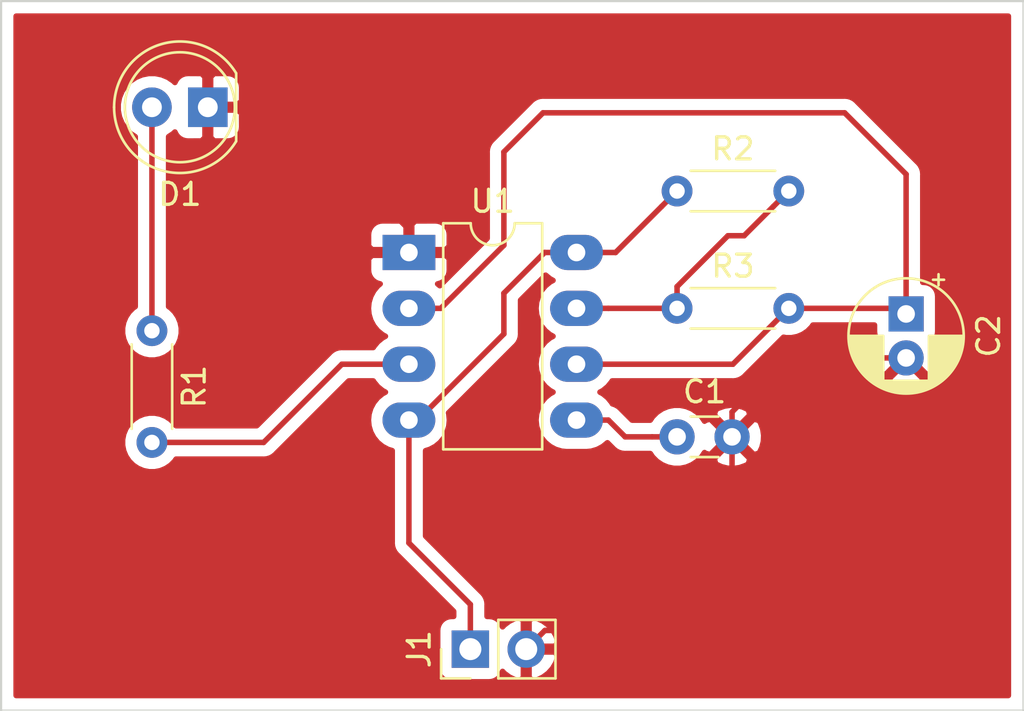
<source format=kicad_pcb>
(kicad_pcb (version 20171130) (host pcbnew "(5.1.5)-3")

  (general
    (thickness 1.6)
    (drawings 4)
    (tracks 48)
    (zones 0)
    (modules 8)
    (nets 8)
  )

  (page A4)
  (title_block
    (title 555_Timer)
    (date 2021-01-25)
    (rev V.1.01)
    (company "#OpenSourceIoT")
    (comment 1 "SIMPLE BLINKY")
  )

  (layers
    (0 F.Cu signal)
    (31 B.Cu signal)
    (32 B.Adhes user)
    (33 F.Adhes user)
    (34 B.Paste user)
    (35 F.Paste user)
    (36 B.SilkS user)
    (37 F.SilkS user)
    (38 B.Mask user)
    (39 F.Mask user)
    (40 Dwgs.User user)
    (41 Cmts.User user)
    (42 Eco1.User user)
    (43 Eco2.User user)
    (44 Edge.Cuts user)
    (45 Margin user)
    (46 B.CrtYd user)
    (47 F.CrtYd user)
    (48 B.Fab user)
    (49 F.Fab user)
  )

  (setup
    (last_trace_width 0.25)
    (trace_clearance 0.2)
    (zone_clearance 0.508)
    (zone_45_only no)
    (trace_min 0.2)
    (via_size 0.8)
    (via_drill 0.4)
    (via_min_size 0.4)
    (via_min_drill 0.3)
    (uvia_size 0.3)
    (uvia_drill 0.1)
    (uvias_allowed no)
    (uvia_min_size 0.2)
    (uvia_min_drill 0.1)
    (edge_width 0.05)
    (segment_width 0.2)
    (pcb_text_width 0.3)
    (pcb_text_size 1.5 1.5)
    (mod_edge_width 0.12)
    (mod_text_size 1 1)
    (mod_text_width 0.15)
    (pad_size 1.524 1.524)
    (pad_drill 0.762)
    (pad_to_mask_clearance 0.051)
    (solder_mask_min_width 0.25)
    (aux_axis_origin 0 0)
    (visible_elements FFFFFF7F)
    (pcbplotparams
      (layerselection 0x010fc_ffffffff)
      (usegerberextensions false)
      (usegerberattributes false)
      (usegerberadvancedattributes false)
      (creategerberjobfile false)
      (excludeedgelayer true)
      (linewidth 0.100000)
      (plotframeref false)
      (viasonmask false)
      (mode 1)
      (useauxorigin false)
      (hpglpennumber 1)
      (hpglpenspeed 20)
      (hpglpendiameter 15.000000)
      (psnegative false)
      (psa4output false)
      (plotreference true)
      (plotvalue true)
      (plotinvisibletext false)
      (padsonsilk false)
      (subtractmaskfromsilk false)
      (outputformat 1)
      (mirror false)
      (drillshape 0)
      (scaleselection 1)
      (outputdirectory "./"))
  )

  (net 0 "")
  (net 1 GND)
  (net 2 "Net-(C1-Pad1)")
  (net 3 "Net-(C2-Pad1)")
  (net 4 "Net-(D1-Pad2)")
  (net 5 +5V)
  (net 6 "Net-(R1-Pad2)")
  (net 7 "Net-(R2-Pad2)")

  (net_class Default "This is the default net class."
    (clearance 0.2)
    (trace_width 0.25)
    (via_dia 0.8)
    (via_drill 0.4)
    (uvia_dia 0.3)
    (uvia_drill 0.1)
    (add_net +5V)
    (add_net GND)
    (add_net "Net-(C1-Pad1)")
    (add_net "Net-(C2-Pad1)")
    (add_net "Net-(D1-Pad2)")
    (add_net "Net-(R1-Pad2)")
    (add_net "Net-(R2-Pad2)")
  )

  (module Connector_PinHeader_2.54mm:PinHeader_1x02_P2.54mm_Vertical (layer F.Cu) (tedit 59FED5CC) (tstamp 600EA40E)
    (at 152.4 123.19 90)
    (descr "Through hole straight pin header, 1x02, 2.54mm pitch, single row")
    (tags "Through hole pin header THT 1x02 2.54mm single row")
    (path /600FF1FB)
    (fp_text reference J1 (at 0 -2.33 90) (layer F.SilkS)
      (effects (font (size 1 1) (thickness 0.15)))
    )
    (fp_text value Conn_01x02_Female (at -0.508 12.7 180) (layer F.Fab)
      (effects (font (size 1 1) (thickness 0.15)))
    )
    (fp_text user %R (at 0 1.27) (layer F.Fab)
      (effects (font (size 1 1) (thickness 0.15)))
    )
    (fp_line (start 1.8 -1.8) (end -1.8 -1.8) (layer F.CrtYd) (width 0.05))
    (fp_line (start 1.8 4.35) (end 1.8 -1.8) (layer F.CrtYd) (width 0.05))
    (fp_line (start -1.8 4.35) (end 1.8 4.35) (layer F.CrtYd) (width 0.05))
    (fp_line (start -1.8 -1.8) (end -1.8 4.35) (layer F.CrtYd) (width 0.05))
    (fp_line (start -1.33 -1.33) (end 0 -1.33) (layer F.SilkS) (width 0.12))
    (fp_line (start -1.33 0) (end -1.33 -1.33) (layer F.SilkS) (width 0.12))
    (fp_line (start -1.33 1.27) (end 1.33 1.27) (layer F.SilkS) (width 0.12))
    (fp_line (start 1.33 1.27) (end 1.33 3.87) (layer F.SilkS) (width 0.12))
    (fp_line (start -1.33 1.27) (end -1.33 3.87) (layer F.SilkS) (width 0.12))
    (fp_line (start -1.33 3.87) (end 1.33 3.87) (layer F.SilkS) (width 0.12))
    (fp_line (start -1.27 -0.635) (end -0.635 -1.27) (layer F.Fab) (width 0.1))
    (fp_line (start -1.27 3.81) (end -1.27 -0.635) (layer F.Fab) (width 0.1))
    (fp_line (start 1.27 3.81) (end -1.27 3.81) (layer F.Fab) (width 0.1))
    (fp_line (start 1.27 -1.27) (end 1.27 3.81) (layer F.Fab) (width 0.1))
    (fp_line (start -0.635 -1.27) (end 1.27 -1.27) (layer F.Fab) (width 0.1))
    (pad 2 thru_hole oval (at 0 2.54 90) (size 1.7 1.7) (drill 1) (layers *.Cu *.Mask)
      (net 1 GND))
    (pad 1 thru_hole rect (at 0 0 90) (size 1.7 1.7) (drill 1) (layers *.Cu *.Mask)
      (net 5 +5V))
    (model ${KISYS3DMOD}/Connector_PinHeader_2.54mm.3dshapes/PinHeader_1x02_P2.54mm_Vertical.wrl
      (at (xyz 0 0 0))
      (scale (xyz 1 1 1))
      (rotate (xyz 0 0 0))
    )
  )

  (module Capacitor_THT:CP_Radial_D5.0mm_P2.00mm (layer F.Cu) (tedit 5AE50EF0) (tstamp 600EB219)
    (at 172.212 107.95 270)
    (descr "CP, Radial series, Radial, pin pitch=2.00mm, , diameter=5mm, Electrolytic Capacitor")
    (tags "CP Radial series Radial pin pitch 2.00mm  diameter 5mm Electrolytic Capacitor")
    (path /600F0D73)
    (fp_text reference C2 (at 1 -3.75 90) (layer F.SilkS)
      (effects (font (size 1 1) (thickness 0.15)))
    )
    (fp_text value 47uF (at 1 3.75 90) (layer F.Fab)
      (effects (font (size 1 1) (thickness 0.15)))
    )
    (fp_text user %R (at 1 0 90) (layer F.Fab)
      (effects (font (size 1 1) (thickness 0.15)))
    )
    (fp_line (start -1.554775 -1.725) (end -1.554775 -1.225) (layer F.SilkS) (width 0.12))
    (fp_line (start -1.804775 -1.475) (end -1.304775 -1.475) (layer F.SilkS) (width 0.12))
    (fp_line (start 3.601 -0.284) (end 3.601 0.284) (layer F.SilkS) (width 0.12))
    (fp_line (start 3.561 -0.518) (end 3.561 0.518) (layer F.SilkS) (width 0.12))
    (fp_line (start 3.521 -0.677) (end 3.521 0.677) (layer F.SilkS) (width 0.12))
    (fp_line (start 3.481 -0.805) (end 3.481 0.805) (layer F.SilkS) (width 0.12))
    (fp_line (start 3.441 -0.915) (end 3.441 0.915) (layer F.SilkS) (width 0.12))
    (fp_line (start 3.401 -1.011) (end 3.401 1.011) (layer F.SilkS) (width 0.12))
    (fp_line (start 3.361 -1.098) (end 3.361 1.098) (layer F.SilkS) (width 0.12))
    (fp_line (start 3.321 -1.178) (end 3.321 1.178) (layer F.SilkS) (width 0.12))
    (fp_line (start 3.281 -1.251) (end 3.281 1.251) (layer F.SilkS) (width 0.12))
    (fp_line (start 3.241 -1.319) (end 3.241 1.319) (layer F.SilkS) (width 0.12))
    (fp_line (start 3.201 -1.383) (end 3.201 1.383) (layer F.SilkS) (width 0.12))
    (fp_line (start 3.161 -1.443) (end 3.161 1.443) (layer F.SilkS) (width 0.12))
    (fp_line (start 3.121 -1.5) (end 3.121 1.5) (layer F.SilkS) (width 0.12))
    (fp_line (start 3.081 -1.554) (end 3.081 1.554) (layer F.SilkS) (width 0.12))
    (fp_line (start 3.041 -1.605) (end 3.041 1.605) (layer F.SilkS) (width 0.12))
    (fp_line (start 3.001 1.04) (end 3.001 1.653) (layer F.SilkS) (width 0.12))
    (fp_line (start 3.001 -1.653) (end 3.001 -1.04) (layer F.SilkS) (width 0.12))
    (fp_line (start 2.961 1.04) (end 2.961 1.699) (layer F.SilkS) (width 0.12))
    (fp_line (start 2.961 -1.699) (end 2.961 -1.04) (layer F.SilkS) (width 0.12))
    (fp_line (start 2.921 1.04) (end 2.921 1.743) (layer F.SilkS) (width 0.12))
    (fp_line (start 2.921 -1.743) (end 2.921 -1.04) (layer F.SilkS) (width 0.12))
    (fp_line (start 2.881 1.04) (end 2.881 1.785) (layer F.SilkS) (width 0.12))
    (fp_line (start 2.881 -1.785) (end 2.881 -1.04) (layer F.SilkS) (width 0.12))
    (fp_line (start 2.841 1.04) (end 2.841 1.826) (layer F.SilkS) (width 0.12))
    (fp_line (start 2.841 -1.826) (end 2.841 -1.04) (layer F.SilkS) (width 0.12))
    (fp_line (start 2.801 1.04) (end 2.801 1.864) (layer F.SilkS) (width 0.12))
    (fp_line (start 2.801 -1.864) (end 2.801 -1.04) (layer F.SilkS) (width 0.12))
    (fp_line (start 2.761 1.04) (end 2.761 1.901) (layer F.SilkS) (width 0.12))
    (fp_line (start 2.761 -1.901) (end 2.761 -1.04) (layer F.SilkS) (width 0.12))
    (fp_line (start 2.721 1.04) (end 2.721 1.937) (layer F.SilkS) (width 0.12))
    (fp_line (start 2.721 -1.937) (end 2.721 -1.04) (layer F.SilkS) (width 0.12))
    (fp_line (start 2.681 1.04) (end 2.681 1.971) (layer F.SilkS) (width 0.12))
    (fp_line (start 2.681 -1.971) (end 2.681 -1.04) (layer F.SilkS) (width 0.12))
    (fp_line (start 2.641 1.04) (end 2.641 2.004) (layer F.SilkS) (width 0.12))
    (fp_line (start 2.641 -2.004) (end 2.641 -1.04) (layer F.SilkS) (width 0.12))
    (fp_line (start 2.601 1.04) (end 2.601 2.035) (layer F.SilkS) (width 0.12))
    (fp_line (start 2.601 -2.035) (end 2.601 -1.04) (layer F.SilkS) (width 0.12))
    (fp_line (start 2.561 1.04) (end 2.561 2.065) (layer F.SilkS) (width 0.12))
    (fp_line (start 2.561 -2.065) (end 2.561 -1.04) (layer F.SilkS) (width 0.12))
    (fp_line (start 2.521 1.04) (end 2.521 2.095) (layer F.SilkS) (width 0.12))
    (fp_line (start 2.521 -2.095) (end 2.521 -1.04) (layer F.SilkS) (width 0.12))
    (fp_line (start 2.481 1.04) (end 2.481 2.122) (layer F.SilkS) (width 0.12))
    (fp_line (start 2.481 -2.122) (end 2.481 -1.04) (layer F.SilkS) (width 0.12))
    (fp_line (start 2.441 1.04) (end 2.441 2.149) (layer F.SilkS) (width 0.12))
    (fp_line (start 2.441 -2.149) (end 2.441 -1.04) (layer F.SilkS) (width 0.12))
    (fp_line (start 2.401 1.04) (end 2.401 2.175) (layer F.SilkS) (width 0.12))
    (fp_line (start 2.401 -2.175) (end 2.401 -1.04) (layer F.SilkS) (width 0.12))
    (fp_line (start 2.361 1.04) (end 2.361 2.2) (layer F.SilkS) (width 0.12))
    (fp_line (start 2.361 -2.2) (end 2.361 -1.04) (layer F.SilkS) (width 0.12))
    (fp_line (start 2.321 1.04) (end 2.321 2.224) (layer F.SilkS) (width 0.12))
    (fp_line (start 2.321 -2.224) (end 2.321 -1.04) (layer F.SilkS) (width 0.12))
    (fp_line (start 2.281 1.04) (end 2.281 2.247) (layer F.SilkS) (width 0.12))
    (fp_line (start 2.281 -2.247) (end 2.281 -1.04) (layer F.SilkS) (width 0.12))
    (fp_line (start 2.241 1.04) (end 2.241 2.268) (layer F.SilkS) (width 0.12))
    (fp_line (start 2.241 -2.268) (end 2.241 -1.04) (layer F.SilkS) (width 0.12))
    (fp_line (start 2.201 1.04) (end 2.201 2.29) (layer F.SilkS) (width 0.12))
    (fp_line (start 2.201 -2.29) (end 2.201 -1.04) (layer F.SilkS) (width 0.12))
    (fp_line (start 2.161 1.04) (end 2.161 2.31) (layer F.SilkS) (width 0.12))
    (fp_line (start 2.161 -2.31) (end 2.161 -1.04) (layer F.SilkS) (width 0.12))
    (fp_line (start 2.121 1.04) (end 2.121 2.329) (layer F.SilkS) (width 0.12))
    (fp_line (start 2.121 -2.329) (end 2.121 -1.04) (layer F.SilkS) (width 0.12))
    (fp_line (start 2.081 1.04) (end 2.081 2.348) (layer F.SilkS) (width 0.12))
    (fp_line (start 2.081 -2.348) (end 2.081 -1.04) (layer F.SilkS) (width 0.12))
    (fp_line (start 2.041 1.04) (end 2.041 2.365) (layer F.SilkS) (width 0.12))
    (fp_line (start 2.041 -2.365) (end 2.041 -1.04) (layer F.SilkS) (width 0.12))
    (fp_line (start 2.001 1.04) (end 2.001 2.382) (layer F.SilkS) (width 0.12))
    (fp_line (start 2.001 -2.382) (end 2.001 -1.04) (layer F.SilkS) (width 0.12))
    (fp_line (start 1.961 1.04) (end 1.961 2.398) (layer F.SilkS) (width 0.12))
    (fp_line (start 1.961 -2.398) (end 1.961 -1.04) (layer F.SilkS) (width 0.12))
    (fp_line (start 1.921 1.04) (end 1.921 2.414) (layer F.SilkS) (width 0.12))
    (fp_line (start 1.921 -2.414) (end 1.921 -1.04) (layer F.SilkS) (width 0.12))
    (fp_line (start 1.881 1.04) (end 1.881 2.428) (layer F.SilkS) (width 0.12))
    (fp_line (start 1.881 -2.428) (end 1.881 -1.04) (layer F.SilkS) (width 0.12))
    (fp_line (start 1.841 1.04) (end 1.841 2.442) (layer F.SilkS) (width 0.12))
    (fp_line (start 1.841 -2.442) (end 1.841 -1.04) (layer F.SilkS) (width 0.12))
    (fp_line (start 1.801 1.04) (end 1.801 2.455) (layer F.SilkS) (width 0.12))
    (fp_line (start 1.801 -2.455) (end 1.801 -1.04) (layer F.SilkS) (width 0.12))
    (fp_line (start 1.761 1.04) (end 1.761 2.468) (layer F.SilkS) (width 0.12))
    (fp_line (start 1.761 -2.468) (end 1.761 -1.04) (layer F.SilkS) (width 0.12))
    (fp_line (start 1.721 1.04) (end 1.721 2.48) (layer F.SilkS) (width 0.12))
    (fp_line (start 1.721 -2.48) (end 1.721 -1.04) (layer F.SilkS) (width 0.12))
    (fp_line (start 1.68 1.04) (end 1.68 2.491) (layer F.SilkS) (width 0.12))
    (fp_line (start 1.68 -2.491) (end 1.68 -1.04) (layer F.SilkS) (width 0.12))
    (fp_line (start 1.64 1.04) (end 1.64 2.501) (layer F.SilkS) (width 0.12))
    (fp_line (start 1.64 -2.501) (end 1.64 -1.04) (layer F.SilkS) (width 0.12))
    (fp_line (start 1.6 1.04) (end 1.6 2.511) (layer F.SilkS) (width 0.12))
    (fp_line (start 1.6 -2.511) (end 1.6 -1.04) (layer F.SilkS) (width 0.12))
    (fp_line (start 1.56 1.04) (end 1.56 2.52) (layer F.SilkS) (width 0.12))
    (fp_line (start 1.56 -2.52) (end 1.56 -1.04) (layer F.SilkS) (width 0.12))
    (fp_line (start 1.52 1.04) (end 1.52 2.528) (layer F.SilkS) (width 0.12))
    (fp_line (start 1.52 -2.528) (end 1.52 -1.04) (layer F.SilkS) (width 0.12))
    (fp_line (start 1.48 1.04) (end 1.48 2.536) (layer F.SilkS) (width 0.12))
    (fp_line (start 1.48 -2.536) (end 1.48 -1.04) (layer F.SilkS) (width 0.12))
    (fp_line (start 1.44 1.04) (end 1.44 2.543) (layer F.SilkS) (width 0.12))
    (fp_line (start 1.44 -2.543) (end 1.44 -1.04) (layer F.SilkS) (width 0.12))
    (fp_line (start 1.4 1.04) (end 1.4 2.55) (layer F.SilkS) (width 0.12))
    (fp_line (start 1.4 -2.55) (end 1.4 -1.04) (layer F.SilkS) (width 0.12))
    (fp_line (start 1.36 1.04) (end 1.36 2.556) (layer F.SilkS) (width 0.12))
    (fp_line (start 1.36 -2.556) (end 1.36 -1.04) (layer F.SilkS) (width 0.12))
    (fp_line (start 1.32 1.04) (end 1.32 2.561) (layer F.SilkS) (width 0.12))
    (fp_line (start 1.32 -2.561) (end 1.32 -1.04) (layer F.SilkS) (width 0.12))
    (fp_line (start 1.28 1.04) (end 1.28 2.565) (layer F.SilkS) (width 0.12))
    (fp_line (start 1.28 -2.565) (end 1.28 -1.04) (layer F.SilkS) (width 0.12))
    (fp_line (start 1.24 1.04) (end 1.24 2.569) (layer F.SilkS) (width 0.12))
    (fp_line (start 1.24 -2.569) (end 1.24 -1.04) (layer F.SilkS) (width 0.12))
    (fp_line (start 1.2 1.04) (end 1.2 2.573) (layer F.SilkS) (width 0.12))
    (fp_line (start 1.2 -2.573) (end 1.2 -1.04) (layer F.SilkS) (width 0.12))
    (fp_line (start 1.16 1.04) (end 1.16 2.576) (layer F.SilkS) (width 0.12))
    (fp_line (start 1.16 -2.576) (end 1.16 -1.04) (layer F.SilkS) (width 0.12))
    (fp_line (start 1.12 1.04) (end 1.12 2.578) (layer F.SilkS) (width 0.12))
    (fp_line (start 1.12 -2.578) (end 1.12 -1.04) (layer F.SilkS) (width 0.12))
    (fp_line (start 1.08 1.04) (end 1.08 2.579) (layer F.SilkS) (width 0.12))
    (fp_line (start 1.08 -2.579) (end 1.08 -1.04) (layer F.SilkS) (width 0.12))
    (fp_line (start 1.04 -2.58) (end 1.04 -1.04) (layer F.SilkS) (width 0.12))
    (fp_line (start 1.04 1.04) (end 1.04 2.58) (layer F.SilkS) (width 0.12))
    (fp_line (start 1 -2.58) (end 1 -1.04) (layer F.SilkS) (width 0.12))
    (fp_line (start 1 1.04) (end 1 2.58) (layer F.SilkS) (width 0.12))
    (fp_line (start -0.883605 -1.3375) (end -0.883605 -0.8375) (layer F.Fab) (width 0.1))
    (fp_line (start -1.133605 -1.0875) (end -0.633605 -1.0875) (layer F.Fab) (width 0.1))
    (fp_circle (center 1 0) (end 3.75 0) (layer F.CrtYd) (width 0.05))
    (fp_circle (center 1 0) (end 3.62 0) (layer F.SilkS) (width 0.12))
    (fp_circle (center 1 0) (end 3.5 0) (layer F.Fab) (width 0.1))
    (pad 2 thru_hole circle (at 2 0 270) (size 1.6 1.6) (drill 0.8) (layers *.Cu *.Mask)
      (net 1 GND))
    (pad 1 thru_hole rect (at 0 0 270) (size 1.6 1.6) (drill 0.8) (layers *.Cu *.Mask)
      (net 3 "Net-(C2-Pad1)"))
    (model ${KISYS3DMOD}/Capacitor_THT.3dshapes/CP_Radial_D5.0mm_P2.00mm.wrl
      (at (xyz 0 0 0))
      (scale (xyz 1 1 1))
      (rotate (xyz 0 0 0))
    )
  )

  (module Package_DIP:DIP-8_W7.62mm_LongPads (layer F.Cu) (tedit 5A02E8C5) (tstamp 600EA463)
    (at 149.606 105.156)
    (descr "8-lead though-hole mounted DIP package, row spacing 7.62 mm (300 mils), LongPads")
    (tags "THT DIP DIL PDIP 2.54mm 7.62mm 300mil LongPads")
    (path /600E8D53)
    (fp_text reference U1 (at 3.81 -2.33) (layer F.SilkS)
      (effects (font (size 1 1) (thickness 0.15)))
    )
    (fp_text value NE555 (at 3.81 9.95) (layer F.Fab)
      (effects (font (size 1 1) (thickness 0.15)))
    )
    (fp_text user %R (at 3.694 3.81) (layer F.Fab)
      (effects (font (size 1 1) (thickness 0.15)))
    )
    (fp_line (start 9.1 -1.55) (end -1.45 -1.55) (layer F.CrtYd) (width 0.05))
    (fp_line (start 9.1 9.15) (end 9.1 -1.55) (layer F.CrtYd) (width 0.05))
    (fp_line (start -1.45 9.15) (end 9.1 9.15) (layer F.CrtYd) (width 0.05))
    (fp_line (start -1.45 -1.55) (end -1.45 9.15) (layer F.CrtYd) (width 0.05))
    (fp_line (start 6.06 -1.33) (end 4.81 -1.33) (layer F.SilkS) (width 0.12))
    (fp_line (start 6.06 8.95) (end 6.06 -1.33) (layer F.SilkS) (width 0.12))
    (fp_line (start 1.56 8.95) (end 6.06 8.95) (layer F.SilkS) (width 0.12))
    (fp_line (start 1.56 -1.33) (end 1.56 8.95) (layer F.SilkS) (width 0.12))
    (fp_line (start 2.81 -1.33) (end 1.56 -1.33) (layer F.SilkS) (width 0.12))
    (fp_line (start 0.635 -0.27) (end 1.635 -1.27) (layer F.Fab) (width 0.1))
    (fp_line (start 0.635 8.89) (end 0.635 -0.27) (layer F.Fab) (width 0.1))
    (fp_line (start 6.985 8.89) (end 0.635 8.89) (layer F.Fab) (width 0.1))
    (fp_line (start 6.985 -1.27) (end 6.985 8.89) (layer F.Fab) (width 0.1))
    (fp_line (start 1.635 -1.27) (end 6.985 -1.27) (layer F.Fab) (width 0.1))
    (fp_arc (start 3.81 -1.33) (end 2.81 -1.33) (angle -180) (layer F.SilkS) (width 0.12))
    (pad 8 thru_hole oval (at 7.62 0) (size 2.4 1.6) (drill 0.8) (layers *.Cu *.Mask)
      (net 5 +5V))
    (pad 4 thru_hole oval (at 0 7.62) (size 2.4 1.6) (drill 0.8) (layers *.Cu *.Mask)
      (net 5 +5V))
    (pad 7 thru_hole oval (at 7.62 2.54) (size 2.4 1.6) (drill 0.8) (layers *.Cu *.Mask)
      (net 7 "Net-(R2-Pad2)"))
    (pad 3 thru_hole oval (at 0 5.08) (size 2.4 1.6) (drill 0.8) (layers *.Cu *.Mask)
      (net 6 "Net-(R1-Pad2)"))
    (pad 6 thru_hole oval (at 7.62 5.08) (size 2.4 1.6) (drill 0.8) (layers *.Cu *.Mask)
      (net 3 "Net-(C2-Pad1)"))
    (pad 2 thru_hole oval (at 0 2.54) (size 2.4 1.6) (drill 0.8) (layers *.Cu *.Mask)
      (net 3 "Net-(C2-Pad1)"))
    (pad 5 thru_hole oval (at 7.62 7.62) (size 2.4 1.6) (drill 0.8) (layers *.Cu *.Mask)
      (net 2 "Net-(C1-Pad1)"))
    (pad 1 thru_hole rect (at 0 0) (size 2.4 1.6) (drill 0.8) (layers *.Cu *.Mask)
      (net 1 GND))
    (model ${KISYS3DMOD}/Package_DIP.3dshapes/DIP-8_W7.62mm.wrl
      (at (xyz 0 0 0))
      (scale (xyz 1 1 1))
      (rotate (xyz 0 0 0))
    )
  )

  (module Resistor_THT:R_Axial_DIN0204_L3.6mm_D1.6mm_P5.08mm_Horizontal (layer F.Cu) (tedit 5AE5139B) (tstamp 600EA447)
    (at 161.798 107.696)
    (descr "Resistor, Axial_DIN0204 series, Axial, Horizontal, pin pitch=5.08mm, 0.167W, length*diameter=3.6*1.6mm^2, http://cdn-reichelt.de/documents/datenblatt/B400/1_4W%23YAG.pdf")
    (tags "Resistor Axial_DIN0204 series Axial Horizontal pin pitch 5.08mm 0.167W length 3.6mm diameter 1.6mm")
    (path /600EF594)
    (fp_text reference R3 (at 2.54 -1.92) (layer F.SilkS)
      (effects (font (size 1 1) (thickness 0.15)))
    )
    (fp_text value 100k (at 2.54 1.92) (layer F.Fab)
      (effects (font (size 1 1) (thickness 0.15)))
    )
    (fp_text user %R (at 2.288 0) (layer F.Fab)
      (effects (font (size 0.72 0.72) (thickness 0.108)))
    )
    (fp_line (start 6.03 -1.05) (end -0.95 -1.05) (layer F.CrtYd) (width 0.05))
    (fp_line (start 6.03 1.05) (end 6.03 -1.05) (layer F.CrtYd) (width 0.05))
    (fp_line (start -0.95 1.05) (end 6.03 1.05) (layer F.CrtYd) (width 0.05))
    (fp_line (start -0.95 -1.05) (end -0.95 1.05) (layer F.CrtYd) (width 0.05))
    (fp_line (start 0.62 0.92) (end 4.46 0.92) (layer F.SilkS) (width 0.12))
    (fp_line (start 0.62 -0.92) (end 4.46 -0.92) (layer F.SilkS) (width 0.12))
    (fp_line (start 5.08 0) (end 4.34 0) (layer F.Fab) (width 0.1))
    (fp_line (start 0 0) (end 0.74 0) (layer F.Fab) (width 0.1))
    (fp_line (start 4.34 -0.8) (end 0.74 -0.8) (layer F.Fab) (width 0.1))
    (fp_line (start 4.34 0.8) (end 4.34 -0.8) (layer F.Fab) (width 0.1))
    (fp_line (start 0.74 0.8) (end 4.34 0.8) (layer F.Fab) (width 0.1))
    (fp_line (start 0.74 -0.8) (end 0.74 0.8) (layer F.Fab) (width 0.1))
    (pad 2 thru_hole oval (at 5.08 0) (size 1.4 1.4) (drill 0.7) (layers *.Cu *.Mask)
      (net 3 "Net-(C2-Pad1)"))
    (pad 1 thru_hole circle (at 0 0) (size 1.4 1.4) (drill 0.7) (layers *.Cu *.Mask)
      (net 7 "Net-(R2-Pad2)"))
    (model ${KISYS3DMOD}/Resistor_THT.3dshapes/R_Axial_DIN0204_L3.6mm_D1.6mm_P5.08mm_Horizontal.wrl
      (at (xyz 0 0 0))
      (scale (xyz 1 1 1))
      (rotate (xyz 0 0 0))
    )
  )

  (module Resistor_THT:R_Axial_DIN0204_L3.6mm_D1.6mm_P5.08mm_Horizontal (layer F.Cu) (tedit 5AE5139B) (tstamp 600EA434)
    (at 161.798 102.362)
    (descr "Resistor, Axial_DIN0204 series, Axial, Horizontal, pin pitch=5.08mm, 0.167W, length*diameter=3.6*1.6mm^2, http://cdn-reichelt.de/documents/datenblatt/B400/1_4W%23YAG.pdf")
    (tags "Resistor Axial_DIN0204 series Axial Horizontal pin pitch 5.08mm 0.167W length 3.6mm diameter 1.6mm")
    (path /600EE8B7)
    (fp_text reference R2 (at 2.54 -1.92) (layer F.SilkS)
      (effects (font (size 1 1) (thickness 0.15)))
    )
    (fp_text value 10k (at 2.54 1.92) (layer F.Fab)
      (effects (font (size 1 1) (thickness 0.15)))
    )
    (fp_text user %R (at 2.54 0) (layer F.Fab)
      (effects (font (size 0.72 0.72) (thickness 0.108)))
    )
    (fp_line (start 6.03 -1.05) (end -0.95 -1.05) (layer F.CrtYd) (width 0.05))
    (fp_line (start 6.03 1.05) (end 6.03 -1.05) (layer F.CrtYd) (width 0.05))
    (fp_line (start -0.95 1.05) (end 6.03 1.05) (layer F.CrtYd) (width 0.05))
    (fp_line (start -0.95 -1.05) (end -0.95 1.05) (layer F.CrtYd) (width 0.05))
    (fp_line (start 0.62 0.92) (end 4.46 0.92) (layer F.SilkS) (width 0.12))
    (fp_line (start 0.62 -0.92) (end 4.46 -0.92) (layer F.SilkS) (width 0.12))
    (fp_line (start 5.08 0) (end 4.34 0) (layer F.Fab) (width 0.1))
    (fp_line (start 0 0) (end 0.74 0) (layer F.Fab) (width 0.1))
    (fp_line (start 4.34 -0.8) (end 0.74 -0.8) (layer F.Fab) (width 0.1))
    (fp_line (start 4.34 0.8) (end 4.34 -0.8) (layer F.Fab) (width 0.1))
    (fp_line (start 0.74 0.8) (end 4.34 0.8) (layer F.Fab) (width 0.1))
    (fp_line (start 0.74 -0.8) (end 0.74 0.8) (layer F.Fab) (width 0.1))
    (pad 2 thru_hole oval (at 5.08 0) (size 1.4 1.4) (drill 0.7) (layers *.Cu *.Mask)
      (net 7 "Net-(R2-Pad2)"))
    (pad 1 thru_hole circle (at 0 0) (size 1.4 1.4) (drill 0.7) (layers *.Cu *.Mask)
      (net 5 +5V))
    (model ${KISYS3DMOD}/Resistor_THT.3dshapes/R_Axial_DIN0204_L3.6mm_D1.6mm_P5.08mm_Horizontal.wrl
      (at (xyz 0 0 0))
      (scale (xyz 1 1 1))
      (rotate (xyz 0 0 0))
    )
  )

  (module Resistor_THT:R_Axial_DIN0204_L3.6mm_D1.6mm_P5.08mm_Horizontal (layer F.Cu) (tedit 5AE5139B) (tstamp 600EA421)
    (at 137.922 108.712 270)
    (descr "Resistor, Axial_DIN0204 series, Axial, Horizontal, pin pitch=5.08mm, 0.167W, length*diameter=3.6*1.6mm^2, http://cdn-reichelt.de/documents/datenblatt/B400/1_4W%23YAG.pdf")
    (tags "Resistor Axial_DIN0204 series Axial Horizontal pin pitch 5.08mm 0.167W length 3.6mm diameter 1.6mm")
    (path /600F3692)
    (fp_text reference R1 (at 2.54 -1.92 90) (layer F.SilkS)
      (effects (font (size 1 1) (thickness 0.15)))
    )
    (fp_text value 330 (at 2.54 1.92 90) (layer F.Fab)
      (effects (font (size 1 1) (thickness 0.15)))
    )
    (fp_text user %R (at 2.54 0 90) (layer F.Fab)
      (effects (font (size 0.72 0.72) (thickness 0.108)))
    )
    (fp_line (start 6.03 -1.05) (end -0.95 -1.05) (layer F.CrtYd) (width 0.05))
    (fp_line (start 6.03 1.05) (end 6.03 -1.05) (layer F.CrtYd) (width 0.05))
    (fp_line (start -0.95 1.05) (end 6.03 1.05) (layer F.CrtYd) (width 0.05))
    (fp_line (start -0.95 -1.05) (end -0.95 1.05) (layer F.CrtYd) (width 0.05))
    (fp_line (start 0.62 0.92) (end 4.46 0.92) (layer F.SilkS) (width 0.12))
    (fp_line (start 0.62 -0.92) (end 4.46 -0.92) (layer F.SilkS) (width 0.12))
    (fp_line (start 5.08 0) (end 4.34 0) (layer F.Fab) (width 0.1))
    (fp_line (start 0 0) (end 0.74 0) (layer F.Fab) (width 0.1))
    (fp_line (start 4.34 -0.8) (end 0.74 -0.8) (layer F.Fab) (width 0.1))
    (fp_line (start 4.34 0.8) (end 4.34 -0.8) (layer F.Fab) (width 0.1))
    (fp_line (start 0.74 0.8) (end 4.34 0.8) (layer F.Fab) (width 0.1))
    (fp_line (start 0.74 -0.8) (end 0.74 0.8) (layer F.Fab) (width 0.1))
    (pad 2 thru_hole oval (at 5.08 0 270) (size 1.4 1.4) (drill 0.7) (layers *.Cu *.Mask)
      (net 6 "Net-(R1-Pad2)"))
    (pad 1 thru_hole circle (at 0 0 270) (size 1.4 1.4) (drill 0.7) (layers *.Cu *.Mask)
      (net 4 "Net-(D1-Pad2)"))
    (model ${KISYS3DMOD}/Resistor_THT.3dshapes/R_Axial_DIN0204_L3.6mm_D1.6mm_P5.08mm_Horizontal.wrl
      (at (xyz 0 0 0))
      (scale (xyz 1 1 1))
      (rotate (xyz 0 0 0))
    )
  )

  (module LED_THT:LED_D5.0mm (layer F.Cu) (tedit 5995936A) (tstamp 600EA3F6)
    (at 140.462 98.552 180)
    (descr "LED, diameter 5.0mm, 2 pins, http://cdn-reichelt.de/documents/datenblatt/A500/LL-504BC2E-009.pdf")
    (tags "LED diameter 5.0mm 2 pins")
    (path /600F16DA)
    (fp_text reference D1 (at 1.27 -3.96) (layer F.SilkS)
      (effects (font (size 1 1) (thickness 0.15)))
    )
    (fp_text value LED (at 1.27 3.96) (layer F.Fab)
      (effects (font (size 1 1) (thickness 0.15)))
    )
    (fp_text user %R (at 1.25 0) (layer F.Fab)
      (effects (font (size 0.8 0.8) (thickness 0.2)))
    )
    (fp_line (start 4.5 -3.25) (end -1.95 -3.25) (layer F.CrtYd) (width 0.05))
    (fp_line (start 4.5 3.25) (end 4.5 -3.25) (layer F.CrtYd) (width 0.05))
    (fp_line (start -1.95 3.25) (end 4.5 3.25) (layer F.CrtYd) (width 0.05))
    (fp_line (start -1.95 -3.25) (end -1.95 3.25) (layer F.CrtYd) (width 0.05))
    (fp_line (start -1.29 -1.545) (end -1.29 1.545) (layer F.SilkS) (width 0.12))
    (fp_line (start -1.23 -1.469694) (end -1.23 1.469694) (layer F.Fab) (width 0.1))
    (fp_circle (center 1.27 0) (end 3.77 0) (layer F.SilkS) (width 0.12))
    (fp_circle (center 1.27 0) (end 3.77 0) (layer F.Fab) (width 0.1))
    (fp_arc (start 1.27 0) (end -1.29 1.54483) (angle -148.9) (layer F.SilkS) (width 0.12))
    (fp_arc (start 1.27 0) (end -1.29 -1.54483) (angle 148.9) (layer F.SilkS) (width 0.12))
    (fp_arc (start 1.27 0) (end -1.23 -1.469694) (angle 299.1) (layer F.Fab) (width 0.1))
    (pad 2 thru_hole circle (at 2.54 0 180) (size 1.8 1.8) (drill 0.9) (layers *.Cu *.Mask)
      (net 4 "Net-(D1-Pad2)"))
    (pad 1 thru_hole rect (at 0 0 180) (size 1.8 1.8) (drill 0.9) (layers *.Cu *.Mask)
      (net 1 GND))
    (model ${KISYS3DMOD}/LED_THT.3dshapes/LED_D5.0mm.wrl
      (at (xyz 0 0 0))
      (scale (xyz 1 1 1))
      (rotate (xyz 0 0 0))
    )
  )

  (module Capacitor_THT:C_Disc_D3.0mm_W1.6mm_P2.50mm (layer F.Cu) (tedit 5AE50EF0) (tstamp 600EA31A)
    (at 161.798 113.538)
    (descr "C, Disc series, Radial, pin pitch=2.50mm, , diameter*width=3.0*1.6mm^2, Capacitor, http://www.vishay.com/docs/45233/krseries.pdf")
    (tags "C Disc series Radial pin pitch 2.50mm  diameter 3.0mm width 1.6mm Capacitor")
    (path /600EF92D)
    (fp_text reference C1 (at 1.25 -2.05) (layer F.SilkS)
      (effects (font (size 1 1) (thickness 0.15)))
    )
    (fp_text value 100nF (at 1.25 2.05) (layer F.Fab)
      (effects (font (size 1 1) (thickness 0.15)))
    )
    (fp_text user %R (at 1.27 0) (layer F.Fab)
      (effects (font (size 0.6 0.6) (thickness 0.09)))
    )
    (fp_line (start 3.55 -1.05) (end -1.05 -1.05) (layer F.CrtYd) (width 0.05))
    (fp_line (start 3.55 1.05) (end 3.55 -1.05) (layer F.CrtYd) (width 0.05))
    (fp_line (start -1.05 1.05) (end 3.55 1.05) (layer F.CrtYd) (width 0.05))
    (fp_line (start -1.05 -1.05) (end -1.05 1.05) (layer F.CrtYd) (width 0.05))
    (fp_line (start 0.621 0.92) (end 1.879 0.92) (layer F.SilkS) (width 0.12))
    (fp_line (start 0.621 -0.92) (end 1.879 -0.92) (layer F.SilkS) (width 0.12))
    (fp_line (start 2.75 -0.8) (end -0.25 -0.8) (layer F.Fab) (width 0.1))
    (fp_line (start 2.75 0.8) (end 2.75 -0.8) (layer F.Fab) (width 0.1))
    (fp_line (start -0.25 0.8) (end 2.75 0.8) (layer F.Fab) (width 0.1))
    (fp_line (start -0.25 -0.8) (end -0.25 0.8) (layer F.Fab) (width 0.1))
    (pad 2 thru_hole circle (at 2.5 0) (size 1.6 1.6) (drill 0.8) (layers *.Cu *.Mask)
      (net 1 GND))
    (pad 1 thru_hole circle (at 0 0) (size 1.6 1.6) (drill 0.8) (layers *.Cu *.Mask)
      (net 2 "Net-(C1-Pad1)"))
    (model ${KISYS3DMOD}/Capacitor_THT.3dshapes/C_Disc_D3.0mm_W1.6mm_P2.50mm.wrl
      (at (xyz 0 0 0))
      (scale (xyz 1 1 1))
      (rotate (xyz 0 0 0))
    )
  )

  (gr_line (start 177.546 93.726) (end 177.546 125.984) (layer Edge.Cuts) (width 0.1))
  (gr_line (start 131.064 93.726) (end 177.546 93.726) (layer Edge.Cuts) (width 0.1))
  (gr_line (start 131.064 125.984) (end 131.064 93.726) (layer Edge.Cuts) (width 0.1))
  (gr_line (start 177.546 125.984) (end 131.064 125.984) (layer Edge.Cuts) (width 0.1))

  (segment (start 155.789999 122.340001) (end 157.059999 122.340001) (width 0.25) (layer F.Cu) (net 1))
  (segment (start 154.94 123.19) (end 155.789999 122.340001) (width 0.25) (layer F.Cu) (net 1))
  (segment (start 164.298 115.102) (end 164.298 113.538) (width 0.25) (layer F.Cu) (net 1))
  (segment (start 157.059999 122.340001) (end 164.298 115.102) (width 0.25) (layer F.Cu) (net 1))
  (segment (start 171.08063 109.95) (end 172.212 109.95) (width 0.25) (layer F.Cu) (net 1))
  (segment (start 166.75463 109.95) (end 171.08063 109.95) (width 0.25) (layer F.Cu) (net 1))
  (segment (start 164.298 112.40663) (end 166.75463 109.95) (width 0.25) (layer F.Cu) (net 1))
  (segment (start 164.298 113.538) (end 164.298 112.40663) (width 0.25) (layer F.Cu) (net 1))
  (segment (start 149.606 104.106) (end 149.606 105.156) (width 0.25) (layer F.Cu) (net 1))
  (segment (start 144.052 98.552) (end 149.606 104.106) (width 0.25) (layer F.Cu) (net 1))
  (segment (start 140.462 98.552) (end 144.052 98.552) (width 0.25) (layer F.Cu) (net 1))
  (segment (start 160.66663 113.538) (end 161.798 113.538) (width 0.25) (layer F.Cu) (net 2))
  (segment (start 159.438 113.538) (end 160.66663 113.538) (width 0.25) (layer F.Cu) (net 2))
  (segment (start 158.676 112.776) (end 159.438 113.538) (width 0.25) (layer F.Cu) (net 2))
  (segment (start 157.226 112.776) (end 158.676 112.776) (width 0.25) (layer F.Cu) (net 2))
  (segment (start 171.958 107.696) (end 172.212 107.95) (width 0.25) (layer F.Cu) (net 3))
  (segment (start 166.878 107.696) (end 171.958 107.696) (width 0.25) (layer F.Cu) (net 3))
  (segment (start 164.338 110.236) (end 166.878 107.696) (width 0.25) (layer F.Cu) (net 3))
  (segment (start 157.226 110.236) (end 164.338 110.236) (width 0.25) (layer F.Cu) (net 3))
  (segment (start 151.056 107.696) (end 153.924 104.828) (width 0.25) (layer F.Cu) (net 3))
  (segment (start 149.606 107.696) (end 151.056 107.696) (width 0.25) (layer F.Cu) (net 3))
  (segment (start 153.924 104.828) (end 153.924 100.584) (width 0.25) (layer F.Cu) (net 3))
  (segment (start 153.924 100.584) (end 155.702 98.806) (width 0.25) (layer F.Cu) (net 3))
  (segment (start 155.702 98.806) (end 169.418 98.806) (width 0.25) (layer F.Cu) (net 3))
  (segment (start 172.212 101.6) (end 172.212 107.95) (width 0.25) (layer F.Cu) (net 3))
  (segment (start 169.418 98.806) (end 172.212 101.6) (width 0.25) (layer F.Cu) (net 3))
  (segment (start 137.922 98.552) (end 137.922 108.712) (width 0.25) (layer F.Cu) (net 4))
  (segment (start 149.606 112.776) (end 149.606 118.364) (width 0.25) (layer F.Cu) (net 5))
  (segment (start 152.4 121.158) (end 152.4 123.19) (width 0.25) (layer F.Cu) (net 5))
  (segment (start 149.606 118.364) (end 152.4 121.158) (width 0.25) (layer F.Cu) (net 5))
  (segment (start 161.098001 103.061999) (end 161.798 102.362) (width 0.25) (layer F.Cu) (net 5))
  (segment (start 159.004 105.156) (end 161.098001 103.061999) (width 0.25) (layer F.Cu) (net 5))
  (segment (start 157.226 105.156) (end 159.004 105.156) (width 0.25) (layer F.Cu) (net 5))
  (segment (start 150.006 112.776) (end 153.924 108.858) (width 0.25) (layer F.Cu) (net 5))
  (segment (start 149.606 112.776) (end 150.006 112.776) (width 0.25) (layer F.Cu) (net 5))
  (segment (start 155.776 105.156) (end 157.226 105.156) (width 0.25) (layer F.Cu) (net 5))
  (segment (start 153.924 107.008) (end 155.776 105.156) (width 0.25) (layer F.Cu) (net 5))
  (segment (start 153.924 108.858) (end 153.924 107.008) (width 0.25) (layer F.Cu) (net 5))
  (segment (start 137.922 113.792) (end 143.002 113.792) (width 0.25) (layer F.Cu) (net 6))
  (segment (start 146.558 110.236) (end 149.606 110.236) (width 0.25) (layer F.Cu) (net 6))
  (segment (start 143.002 113.792) (end 146.558 110.236) (width 0.25) (layer F.Cu) (net 6))
  (segment (start 161.798 106.706051) (end 164.110051 104.394) (width 0.25) (layer F.Cu) (net 7))
  (segment (start 161.798 107.696) (end 161.798 106.706051) (width 0.25) (layer F.Cu) (net 7))
  (segment (start 166.178001 103.061999) (end 166.878 102.362) (width 0.25) (layer F.Cu) (net 7))
  (segment (start 164.846 104.394) (end 166.178001 103.061999) (width 0.25) (layer F.Cu) (net 7))
  (segment (start 164.110051 104.394) (end 164.846 104.394) (width 0.25) (layer F.Cu) (net 7))
  (segment (start 158.676 107.696) (end 161.798 107.696) (width 0.25) (layer F.Cu) (net 7))
  (segment (start 157.226 107.696) (end 158.676 107.696) (width 0.25) (layer F.Cu) (net 7))

  (zone (net 1) (net_name GND) (layer F.Cu) (tstamp 600EC9B3) (hatch edge 0.508)
    (connect_pads (clearance 0.508))
    (min_thickness 0.254)
    (fill yes (arc_segments 32) (thermal_gap 0.508) (thermal_bridge_width 0.508))
    (polygon
      (pts
        (xy 177.546 125.73) (xy 131.064 125.984) (xy 131.064 93.726) (xy 177.292 93.726)
      )
    )
    (filled_polygon
      (pts
        (xy 176.861001 125.299) (xy 131.749 125.299) (xy 131.749 113.660514) (xy 136.587 113.660514) (xy 136.587 113.923486)
        (xy 136.638304 114.181405) (xy 136.738939 114.424359) (xy 136.885038 114.643013) (xy 137.070987 114.828962) (xy 137.289641 114.975061)
        (xy 137.532595 115.075696) (xy 137.790514 115.127) (xy 138.053486 115.127) (xy 138.311405 115.075696) (xy 138.554359 114.975061)
        (xy 138.773013 114.828962) (xy 138.958962 114.643013) (xy 139.019775 114.552) (xy 142.964678 114.552) (xy 143.002 114.555676)
        (xy 143.039322 114.552) (xy 143.039333 114.552) (xy 143.150986 114.541003) (xy 143.294247 114.497546) (xy 143.426276 114.426974)
        (xy 143.542001 114.332001) (xy 143.565804 114.302997) (xy 146.872803 110.996) (xy 147.985099 110.996) (xy 148.007068 111.037101)
        (xy 148.186392 111.255608) (xy 148.404899 111.434932) (xy 148.537858 111.506) (xy 148.404899 111.577068) (xy 148.186392 111.756392)
        (xy 148.007068 111.974899) (xy 147.873818 112.224192) (xy 147.791764 112.494691) (xy 147.764057 112.776) (xy 147.791764 113.057309)
        (xy 147.873818 113.327808) (xy 148.007068 113.577101) (xy 148.186392 113.795608) (xy 148.404899 113.974932) (xy 148.654192 114.108182)
        (xy 148.846 114.166366) (xy 148.846001 118.326668) (xy 148.842324 118.364) (xy 148.856998 118.512985) (xy 148.900454 118.656246)
        (xy 148.971026 118.788276) (xy 149.042201 118.875002) (xy 149.066 118.904001) (xy 149.094998 118.927799) (xy 151.64 121.472802)
        (xy 151.64 121.701928) (xy 151.55 121.701928) (xy 151.425518 121.714188) (xy 151.30582 121.750498) (xy 151.195506 121.809463)
        (xy 151.098815 121.888815) (xy 151.019463 121.985506) (xy 150.960498 122.09582) (xy 150.924188 122.215518) (xy 150.911928 122.34)
        (xy 150.911928 124.04) (xy 150.924188 124.164482) (xy 150.960498 124.28418) (xy 151.019463 124.394494) (xy 151.098815 124.491185)
        (xy 151.195506 124.570537) (xy 151.30582 124.629502) (xy 151.425518 124.665812) (xy 151.55 124.678072) (xy 153.25 124.678072)
        (xy 153.374482 124.665812) (xy 153.49418 124.629502) (xy 153.604494 124.570537) (xy 153.701185 124.491185) (xy 153.780537 124.394494)
        (xy 153.839502 124.28418) (xy 153.863966 124.203534) (xy 153.939731 124.287588) (xy 154.17308 124.461641) (xy 154.435901 124.586825)
        (xy 154.58311 124.631476) (xy 154.813 124.510155) (xy 154.813 123.317) (xy 155.067 123.317) (xy 155.067 124.510155)
        (xy 155.29689 124.631476) (xy 155.444099 124.586825) (xy 155.70692 124.461641) (xy 155.940269 124.287588) (xy 156.135178 124.071355)
        (xy 156.284157 123.821252) (xy 156.381481 123.546891) (xy 156.260814 123.317) (xy 155.067 123.317) (xy 154.813 123.317)
        (xy 154.793 123.317) (xy 154.793 123.063) (xy 154.813 123.063) (xy 154.813 121.869845) (xy 155.067 121.869845)
        (xy 155.067 123.063) (xy 156.260814 123.063) (xy 156.381481 122.833109) (xy 156.284157 122.558748) (xy 156.135178 122.308645)
        (xy 155.940269 122.092412) (xy 155.70692 121.918359) (xy 155.444099 121.793175) (xy 155.29689 121.748524) (xy 155.067 121.869845)
        (xy 154.813 121.869845) (xy 154.58311 121.748524) (xy 154.435901 121.793175) (xy 154.17308 121.918359) (xy 153.939731 122.092412)
        (xy 153.863966 122.176466) (xy 153.839502 122.09582) (xy 153.780537 121.985506) (xy 153.701185 121.888815) (xy 153.604494 121.809463)
        (xy 153.49418 121.750498) (xy 153.374482 121.714188) (xy 153.25 121.701928) (xy 153.16 121.701928) (xy 153.16 121.195325)
        (xy 153.163676 121.158) (xy 153.16 121.120675) (xy 153.16 121.120667) (xy 153.149003 121.009014) (xy 153.105546 120.865753)
        (xy 153.034974 120.733724) (xy 152.940001 120.617999) (xy 152.911004 120.594202) (xy 150.366 118.049199) (xy 150.366 114.166366)
        (xy 150.557808 114.108182) (xy 150.807101 113.974932) (xy 151.025608 113.795608) (xy 151.204932 113.577101) (xy 151.338182 113.327808)
        (xy 151.420236 113.057309) (xy 151.447943 112.776) (xy 151.420236 112.494691) (xy 151.406708 112.450094) (xy 154.435004 109.421798)
        (xy 154.464001 109.398001) (xy 154.558974 109.282276) (xy 154.629546 109.150247) (xy 154.673003 109.006986) (xy 154.684 108.895333)
        (xy 154.684 108.895325) (xy 154.687676 108.858) (xy 154.684 108.820675) (xy 154.684 107.322801) (xy 155.820014 106.186787)
        (xy 156.024899 106.354932) (xy 156.157858 106.426) (xy 156.024899 106.497068) (xy 155.806392 106.676392) (xy 155.627068 106.894899)
        (xy 155.493818 107.144192) (xy 155.411764 107.414691) (xy 155.384057 107.696) (xy 155.411764 107.977309) (xy 155.493818 108.247808)
        (xy 155.627068 108.497101) (xy 155.806392 108.715608) (xy 156.024899 108.894932) (xy 156.157858 108.966) (xy 156.024899 109.037068)
        (xy 155.806392 109.216392) (xy 155.627068 109.434899) (xy 155.493818 109.684192) (xy 155.411764 109.954691) (xy 155.384057 110.236)
        (xy 155.411764 110.517309) (xy 155.493818 110.787808) (xy 155.627068 111.037101) (xy 155.806392 111.255608) (xy 156.024899 111.434932)
        (xy 156.157858 111.506) (xy 156.024899 111.577068) (xy 155.806392 111.756392) (xy 155.627068 111.974899) (xy 155.493818 112.224192)
        (xy 155.411764 112.494691) (xy 155.384057 112.776) (xy 155.411764 113.057309) (xy 155.493818 113.327808) (xy 155.627068 113.577101)
        (xy 155.806392 113.795608) (xy 156.024899 113.974932) (xy 156.274192 114.108182) (xy 156.544691 114.190236) (xy 156.755508 114.211)
        (xy 157.696492 114.211) (xy 157.907309 114.190236) (xy 158.177808 114.108182) (xy 158.427101 113.974932) (xy 158.631986 113.806787)
        (xy 158.874201 114.049002) (xy 158.897999 114.078001) (xy 159.013724 114.172974) (xy 159.145753 114.243546) (xy 159.289014 114.287003)
        (xy 159.400667 114.298) (xy 159.400675 114.298) (xy 159.438 114.301676) (xy 159.475325 114.298) (xy 160.579957 114.298)
        (xy 160.683363 114.452759) (xy 160.883241 114.652637) (xy 161.118273 114.80968) (xy 161.379426 114.917853) (xy 161.656665 114.973)
        (xy 161.939335 114.973) (xy 162.216574 114.917853) (xy 162.477727 114.80968) (xy 162.712759 114.652637) (xy 162.834694 114.530702)
        (xy 163.484903 114.530702) (xy 163.556486 114.774671) (xy 163.811996 114.895571) (xy 164.086184 114.9643) (xy 164.368512 114.978217)
        (xy 164.64813 114.936787) (xy 164.914292 114.841603) (xy 165.039514 114.774671) (xy 165.111097 114.530702) (xy 164.298 113.717605)
        (xy 163.484903 114.530702) (xy 162.834694 114.530702) (xy 162.912637 114.452759) (xy 163.046692 114.252131) (xy 163.061329 114.279514)
        (xy 163.305298 114.351097) (xy 164.118395 113.538) (xy 164.477605 113.538) (xy 165.290702 114.351097) (xy 165.534671 114.279514)
        (xy 165.655571 114.024004) (xy 165.7243 113.749816) (xy 165.738217 113.467488) (xy 165.696787 113.18787) (xy 165.601603 112.921708)
        (xy 165.534671 112.796486) (xy 165.290702 112.724903) (xy 164.477605 113.538) (xy 164.118395 113.538) (xy 163.305298 112.724903)
        (xy 163.061329 112.796486) (xy 163.047676 112.825341) (xy 162.912637 112.623241) (xy 162.834694 112.545298) (xy 163.484903 112.545298)
        (xy 164.298 113.358395) (xy 165.111097 112.545298) (xy 165.039514 112.301329) (xy 164.784004 112.180429) (xy 164.509816 112.1117)
        (xy 164.227488 112.097783) (xy 163.94787 112.139213) (xy 163.681708 112.234397) (xy 163.556486 112.301329) (xy 163.484903 112.545298)
        (xy 162.834694 112.545298) (xy 162.712759 112.423363) (xy 162.477727 112.26632) (xy 162.216574 112.158147) (xy 161.939335 112.103)
        (xy 161.656665 112.103) (xy 161.379426 112.158147) (xy 161.118273 112.26632) (xy 160.883241 112.423363) (xy 160.683363 112.623241)
        (xy 160.579957 112.778) (xy 159.752802 112.778) (xy 159.239803 112.265002) (xy 159.216001 112.235999) (xy 159.100276 112.141026)
        (xy 158.968247 112.070454) (xy 158.858157 112.037059) (xy 158.824932 111.974899) (xy 158.645608 111.756392) (xy 158.427101 111.577068)
        (xy 158.294142 111.506) (xy 158.427101 111.434932) (xy 158.645608 111.255608) (xy 158.824932 111.037101) (xy 158.846901 110.996)
        (xy 164.300678 110.996) (xy 164.338 110.999676) (xy 164.375322 110.996) (xy 164.375333 110.996) (xy 164.486986 110.985003)
        (xy 164.626436 110.942702) (xy 171.398903 110.942702) (xy 171.470486 111.186671) (xy 171.725996 111.307571) (xy 172.000184 111.3763)
        (xy 172.282512 111.390217) (xy 172.56213 111.348787) (xy 172.828292 111.253603) (xy 172.953514 111.186671) (xy 173.025097 110.942702)
        (xy 172.212 110.129605) (xy 171.398903 110.942702) (xy 164.626436 110.942702) (xy 164.630247 110.941546) (xy 164.762276 110.870974)
        (xy 164.878001 110.776001) (xy 164.901804 110.746997) (xy 166.639157 109.009645) (xy 166.746514 109.031) (xy 167.009486 109.031)
        (xy 167.267405 108.979696) (xy 167.510359 108.879061) (xy 167.729013 108.732962) (xy 167.914962 108.547013) (xy 167.975775 108.456)
        (xy 170.773928 108.456) (xy 170.773928 108.75) (xy 170.786188 108.874482) (xy 170.822498 108.99418) (xy 170.881463 109.104494)
        (xy 170.960815 109.201185) (xy 170.973758 109.211807) (xy 170.854429 109.463996) (xy 170.7857 109.738184) (xy 170.771783 110.020512)
        (xy 170.813213 110.30013) (xy 170.908397 110.566292) (xy 170.975329 110.691514) (xy 171.219298 110.763097) (xy 172.032395 109.95)
        (xy 172.018253 109.935858) (xy 172.197858 109.756253) (xy 172.212 109.770395) (xy 172.226143 109.756253) (xy 172.405748 109.935858)
        (xy 172.391605 109.95) (xy 173.204702 110.763097) (xy 173.448671 110.691514) (xy 173.569571 110.436004) (xy 173.6383 110.161816)
        (xy 173.652217 109.879488) (xy 173.610787 109.59987) (xy 173.515603 109.333708) (xy 173.450384 109.211691) (xy 173.463185 109.201185)
        (xy 173.542537 109.104494) (xy 173.601502 108.99418) (xy 173.637812 108.874482) (xy 173.650072 108.75) (xy 173.650072 107.15)
        (xy 173.637812 107.025518) (xy 173.601502 106.90582) (xy 173.542537 106.795506) (xy 173.463185 106.698815) (xy 173.366494 106.619463)
        (xy 173.25618 106.560498) (xy 173.136482 106.524188) (xy 173.012 106.511928) (xy 172.972 106.511928) (xy 172.972 101.637325)
        (xy 172.975676 101.6) (xy 172.972 101.562675) (xy 172.972 101.562667) (xy 172.961003 101.451014) (xy 172.917546 101.307753)
        (xy 172.846974 101.175724) (xy 172.752001 101.059999) (xy 172.723004 101.036202) (xy 169.981804 98.295003) (xy 169.958001 98.265999)
        (xy 169.842276 98.171026) (xy 169.710247 98.100454) (xy 169.566986 98.056997) (xy 169.455333 98.046) (xy 169.455322 98.046)
        (xy 169.418 98.042324) (xy 169.380678 98.046) (xy 155.739325 98.046) (xy 155.702 98.042324) (xy 155.664675 98.046)
        (xy 155.664667 98.046) (xy 155.553014 98.056997) (xy 155.409753 98.100454) (xy 155.277724 98.171026) (xy 155.161999 98.265999)
        (xy 155.138201 98.294997) (xy 153.412998 100.020201) (xy 153.384 100.043999) (xy 153.360202 100.072997) (xy 153.360201 100.072998)
        (xy 153.289026 100.159724) (xy 153.218454 100.291754) (xy 153.174998 100.435015) (xy 153.160324 100.584) (xy 153.164001 100.621332)
        (xy 153.164 104.513197) (xy 151.011986 106.665213) (xy 150.912518 106.583581) (xy 150.930482 106.581812) (xy 151.05018 106.545502)
        (xy 151.160494 106.486537) (xy 151.257185 106.407185) (xy 151.336537 106.310494) (xy 151.395502 106.20018) (xy 151.431812 106.080482)
        (xy 151.444072 105.956) (xy 151.441 105.44175) (xy 151.28225 105.283) (xy 149.733 105.283) (xy 149.733 105.303)
        (xy 149.479 105.303) (xy 149.479 105.283) (xy 147.92975 105.283) (xy 147.771 105.44175) (xy 147.767928 105.956)
        (xy 147.780188 106.080482) (xy 147.816498 106.20018) (xy 147.875463 106.310494) (xy 147.954815 106.407185) (xy 148.051506 106.486537)
        (xy 148.16182 106.545502) (xy 148.281518 106.581812) (xy 148.299482 106.583581) (xy 148.186392 106.676392) (xy 148.007068 106.894899)
        (xy 147.873818 107.144192) (xy 147.791764 107.414691) (xy 147.764057 107.696) (xy 147.791764 107.977309) (xy 147.873818 108.247808)
        (xy 148.007068 108.497101) (xy 148.186392 108.715608) (xy 148.404899 108.894932) (xy 148.537858 108.966) (xy 148.404899 109.037068)
        (xy 148.186392 109.216392) (xy 148.007068 109.434899) (xy 147.985099 109.476) (xy 146.595322 109.476) (xy 146.557999 109.472324)
        (xy 146.520676 109.476) (xy 146.520667 109.476) (xy 146.409014 109.486997) (xy 146.265753 109.530454) (xy 146.133724 109.601026)
        (xy 146.133722 109.601027) (xy 146.133723 109.601027) (xy 146.046996 109.672201) (xy 146.046992 109.672205) (xy 146.017999 109.695999)
        (xy 145.994205 109.724992) (xy 142.687199 113.032) (xy 139.019775 113.032) (xy 138.958962 112.940987) (xy 138.773013 112.755038)
        (xy 138.554359 112.608939) (xy 138.311405 112.508304) (xy 138.053486 112.457) (xy 137.790514 112.457) (xy 137.532595 112.508304)
        (xy 137.289641 112.608939) (xy 137.070987 112.755038) (xy 136.885038 112.940987) (xy 136.738939 113.159641) (xy 136.638304 113.402595)
        (xy 136.587 113.660514) (xy 131.749 113.660514) (xy 131.749 98.400816) (xy 136.387 98.400816) (xy 136.387 98.703184)
        (xy 136.445989 98.999743) (xy 136.561701 99.279095) (xy 136.729688 99.530505) (xy 136.943495 99.744312) (xy 137.162 99.890313)
        (xy 137.162001 107.614225) (xy 137.070987 107.675038) (xy 136.885038 107.860987) (xy 136.738939 108.079641) (xy 136.638304 108.322595)
        (xy 136.587 108.580514) (xy 136.587 108.843486) (xy 136.638304 109.101405) (xy 136.738939 109.344359) (xy 136.885038 109.563013)
        (xy 137.070987 109.748962) (xy 137.289641 109.895061) (xy 137.532595 109.995696) (xy 137.790514 110.047) (xy 138.053486 110.047)
        (xy 138.311405 109.995696) (xy 138.554359 109.895061) (xy 138.773013 109.748962) (xy 138.958962 109.563013) (xy 139.105061 109.344359)
        (xy 139.205696 109.101405) (xy 139.257 108.843486) (xy 139.257 108.580514) (xy 139.205696 108.322595) (xy 139.105061 108.079641)
        (xy 138.958962 107.860987) (xy 138.773013 107.675038) (xy 138.682 107.614225) (xy 138.682 104.356) (xy 147.767928 104.356)
        (xy 147.771 104.87025) (xy 147.92975 105.029) (xy 149.479 105.029) (xy 149.479 103.87975) (xy 149.733 103.87975)
        (xy 149.733 105.029) (xy 151.28225 105.029) (xy 151.441 104.87025) (xy 151.444072 104.356) (xy 151.431812 104.231518)
        (xy 151.395502 104.11182) (xy 151.336537 104.001506) (xy 151.257185 103.904815) (xy 151.160494 103.825463) (xy 151.05018 103.766498)
        (xy 150.930482 103.730188) (xy 150.806 103.717928) (xy 149.89175 103.721) (xy 149.733 103.87975) (xy 149.479 103.87975)
        (xy 149.32025 103.721) (xy 148.406 103.717928) (xy 148.281518 103.730188) (xy 148.16182 103.766498) (xy 148.051506 103.825463)
        (xy 147.954815 103.904815) (xy 147.875463 104.001506) (xy 147.816498 104.11182) (xy 147.780188 104.231518) (xy 147.767928 104.356)
        (xy 138.682 104.356) (xy 138.682 99.890313) (xy 138.900505 99.744312) (xy 138.966944 99.677873) (xy 138.972498 99.69618)
        (xy 139.031463 99.806494) (xy 139.110815 99.903185) (xy 139.207506 99.982537) (xy 139.31782 100.041502) (xy 139.437518 100.077812)
        (xy 139.562 100.090072) (xy 140.17625 100.087) (xy 140.335 99.92825) (xy 140.335 98.679) (xy 140.589 98.679)
        (xy 140.589 99.92825) (xy 140.74775 100.087) (xy 141.362 100.090072) (xy 141.486482 100.077812) (xy 141.60618 100.041502)
        (xy 141.716494 99.982537) (xy 141.813185 99.903185) (xy 141.892537 99.806494) (xy 141.951502 99.69618) (xy 141.987812 99.576482)
        (xy 142.000072 99.452) (xy 141.997 98.83775) (xy 141.83825 98.679) (xy 140.589 98.679) (xy 140.335 98.679)
        (xy 140.315 98.679) (xy 140.315 98.425) (xy 140.335 98.425) (xy 140.335 97.17575) (xy 140.589 97.17575)
        (xy 140.589 98.425) (xy 141.83825 98.425) (xy 141.997 98.26625) (xy 142.000072 97.652) (xy 141.987812 97.527518)
        (xy 141.951502 97.40782) (xy 141.892537 97.297506) (xy 141.813185 97.200815) (xy 141.716494 97.121463) (xy 141.60618 97.062498)
        (xy 141.486482 97.026188) (xy 141.362 97.013928) (xy 140.74775 97.017) (xy 140.589 97.17575) (xy 140.335 97.17575)
        (xy 140.17625 97.017) (xy 139.562 97.013928) (xy 139.437518 97.026188) (xy 139.31782 97.062498) (xy 139.207506 97.121463)
        (xy 139.110815 97.200815) (xy 139.031463 97.297506) (xy 138.972498 97.40782) (xy 138.966944 97.426127) (xy 138.900505 97.359688)
        (xy 138.649095 97.191701) (xy 138.369743 97.075989) (xy 138.073184 97.017) (xy 137.770816 97.017) (xy 137.474257 97.075989)
        (xy 137.194905 97.191701) (xy 136.943495 97.359688) (xy 136.729688 97.573495) (xy 136.561701 97.824905) (xy 136.445989 98.104257)
        (xy 136.387 98.400816) (xy 131.749 98.400816) (xy 131.749 94.411) (xy 176.861 94.411)
      )
    )
  )
)

</source>
